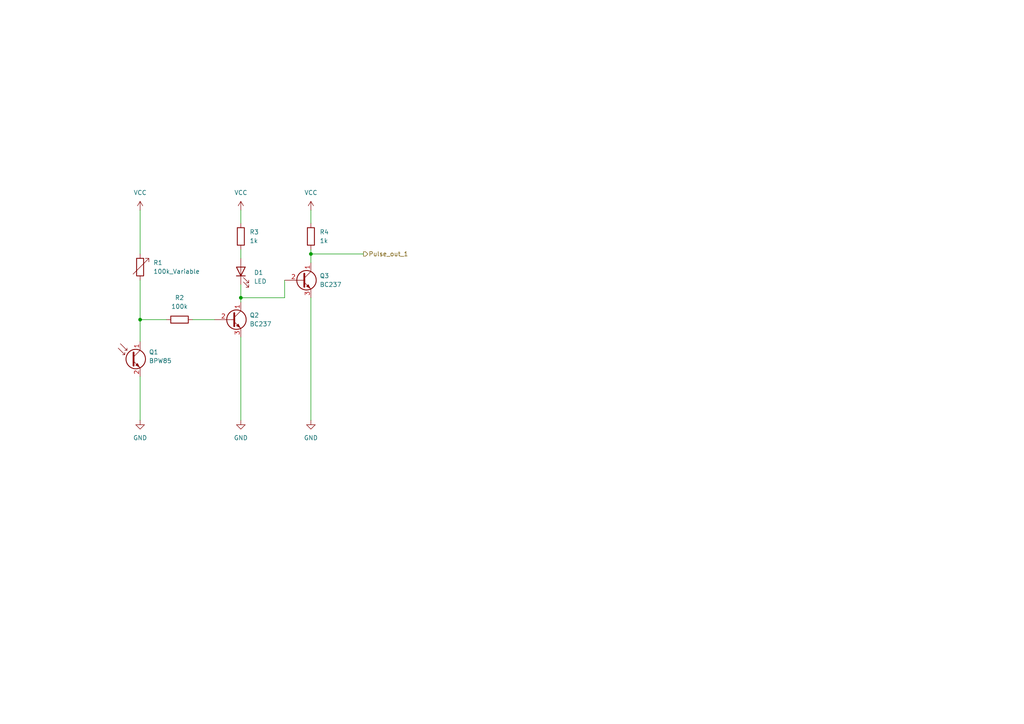
<source format=kicad_sch>
(kicad_sch (version 20231120) (generator "eeschema") (generator_version "8.0")
  (paper "A4")
  (lib_symbols
    (symbol "Device:LED" (pin_numbers hide) (pin_names (offset 1.016) hide)
      (property "Reference" "D" (at 0 2.54 0))
      (property "Value" "LED" (at 0 -2.54 0))
      (symbol "LED_0_1"
        (polyline (pts (xy -1.27 -1.27) (xy -1.27 1.27)) (stroke (width 0.254)))
        (polyline (pts (xy -1.27 0) (xy 1.27 0)))
        (polyline (pts (xy 1.27 -1.27) (xy 1.27 1.27) (xy -1.27 0) (xy 1.27 -1.27)) (stroke (width 0.254)))
        (polyline (pts (xy -3.048 -0.762) (xy -4.572 -2.286) (xy -3.81 -2.286) (xy -4.572 -2.286) (xy -4.572 -1.524)))
        (polyline (pts (xy -1.778 -0.762) (xy -3.302 -2.286) (xy -2.54 -2.286) (xy -3.302 -2.286) (xy -3.302 -1.524)))
      )
      (symbol "LED_1_1"
        (pin passive line (at -3.81 0 0) (length 2.54) (name "K") (number "1"))
        (pin passive line (at 3.81 0 180) (length 2.54) (name "A") (number "2"))
      )
    )
    (symbol "Device:R" (pin_numbers hide) (pin_names (offset 0))
      (property "Reference" "R" (at 2.032 0 90))
      (property "Value" "R" (at 0 0 90))
      (symbol "R_0_1"
        (rectangle (start -1.016 -2.54) (end 1.016 2.54) (stroke (width 0.254)))
      )
      (symbol "R_1_1"
        (pin passive line (at 0 3.81 270) (length 1.27) (name "~") (number "1"))
        (pin passive line (at 0 -3.81 90) (length 1.27) (name "~") (number "2"))
      )
    )
    (symbol "Device:R_Variable" (pin_numbers hide) (pin_names (offset 0))
      (property "Reference" "R" (at 2.54 -2.54 90))
      (property "Value" "R_Variable" (at -2.54 -1.27 90))
      (symbol "R_Variable_0_1"
        (rectangle (start -1.016 -2.54) (end 1.016 2.54) (stroke (width 0.254)))
        (polyline (pts (xy 2.54 1.524) (xy 2.54 2.54) (xy 1.524 2.54) (xy 2.54 2.54) (xy -2.032 -2.032)))
      )
      (symbol "R_Variable_1_1"
        (pin passive line (at 0 3.81 270) (length 1.27) (name "~") (number "1"))
        (pin passive line (at 0 -3.81 90) (length 1.27) (name "~") (number "2"))
      )
    )
    (symbol "Sensor_Optical:BPW85" (pin_names (offset 0) hide)
      (property "Reference" "Q" (at 5.08 1.27 0))
      (property "Value" "BPW85" (at 5.08 -1.27 0))
      (symbol "BPW85_0_1"
        (polyline (pts (xy -1.905 1.27) (xy -2.54 1.27)))
        (polyline (pts (xy -1.27 2.54) (xy -1.905 2.54)))
        (polyline (pts (xy 0.635 0.635) (xy 2.54 2.54)))
        (polyline (pts (xy -3.81 3.175) (xy -1.905 1.27) (xy -1.905 1.905)))
        (polyline (pts (xy -3.175 4.445) (xy -1.27 2.54) (xy -1.27 3.175)))
        (polyline (pts (xy 0.635 -0.635) (xy 2.54 -2.54) (xy 2.54 -2.54)))
        (polyline (pts (xy 0.635 1.905) (xy 0.635 -1.905) (xy 0.635 -1.905)) (stroke (width 0.508)))
        (polyline (pts (xy 1.27 -1.778) (xy 1.778 -1.27) (xy 2.286 -2.286) (xy 1.27 -1.778) (xy 1.27 -1.778)) (fill (type outline)))
        (circle (center 1.27 0) (radius 2.8194) (stroke (width 0.254)))
      )
      (symbol "BPW85_1_1"
        (pin passive line (at 2.54 5.08 270) (length 2.54) (name "C") (number "1"))
        (pin passive line (at 2.54 -5.08 90) (length 2.54) (name "E") (number "2"))
      )
    )
    (symbol "Transistor_BJT:BC237" (pin_names (offset 0) hide)
      (property "Reference" "Q" (at 5.08 1.905 0))
      (property "Value" "BC237" (at 5.08 0 0))
      (symbol "BC237_0_1"
        (polyline (pts (xy 0 0) (xy 0.635 0)))
        (polyline (pts (xy 0.635 0.635) (xy 2.54 2.54)))
        (polyline (pts (xy 0.635 -0.635) (xy 2.54 -2.54) (xy 2.54 -2.54)))
        (polyline (pts (xy 0.635 1.905) (xy 0.635 -1.905) (xy 0.635 -1.905)) (stroke (width 0.508)))
        (polyline (pts (xy 1.27 -1.778) (xy 1.778 -1.27) (xy 2.286 -2.286) (xy 1.27 -1.778) (xy 1.27 -1.778)) (fill (type outline)))
        (circle (center 1.27 0) (radius 2.8194) (stroke (width 0.254)))
      )
      (symbol "BC237_1_1"
        (pin passive line (at 2.54 5.08 270) (length 2.54) (name "C") (number "1"))
        (pin input line (at -5.08 0 0) (length 5.08) (name "B") (number "2"))
        (pin passive line (at 2.54 -5.08 90) (length 2.54) (name "E") (number "3"))
      )
    )
    (symbol "power:GND" (power) (pin_numbers hide) (pin_names (offset 0) hide)
      (property "Value" "GND" (at 0 -3.81 0))
      (symbol "GND_0_1"
        (polyline (pts (xy 0 0) (xy 0 -1.27) (xy 1.27 -1.27) (xy 0 -2.54) (xy -1.27 -1.27) (xy 0 -1.27)))
      )
      (symbol "GND_1_1"
        (pin power_in line (at 0 0 270) (length 0) (name "~") (number "1"))
      )
    )
    (symbol "power:VCC" (power) (pin_numbers hide) (pin_names (offset 0) hide)
      (property "Value" "VCC" (at 0 3.556 0))
      (symbol "VCC_0_1"
        (polyline (pts (xy -0.762 1.27) (xy 0 2.54)))
        (polyline (pts (xy 0 0) (xy 0 2.54)))
        (polyline (pts (xy 0 2.54) (xy 0.762 1.27)))
      )
      (symbol "VCC_1_1"
        (pin power_in line (at 0 0 90) (length 0) (name "~") (number "1"))
      )
    )
  )
  (junction (at 40.64 92.71))
  (junction (at 90.17 73.66))
  (junction (at 69.85 86.36))
  (wire (pts (xy 40.64 109.22) (xy 40.64 121.92)))
  (wire (pts (xy 82.55 86.36) (xy 82.55 81.28)))
  (wire (pts (xy 69.85 97.79) (xy 69.85 121.92)))
  (wire (pts (xy 40.64 60.96) (xy 40.64 73.66)))
  (wire (pts (xy 69.85 86.36) (xy 82.55 86.36)))
  (wire (pts (xy 69.85 86.36) (xy 69.85 87.63)))
  (wire (pts (xy 90.17 73.66) (xy 90.17 76.2)))
  (wire (pts (xy 40.64 92.71) (xy 40.64 99.06)))
  (wire (pts (xy 69.85 60.96) (xy 69.85 64.77)))
  (wire (pts (xy 90.17 86.36) (xy 90.17 121.92)))
  (wire (pts (xy 90.17 73.66) (xy 105.41 73.66)))
  (wire (pts (xy 90.17 72.39) (xy 90.17 73.66)))
  (wire (pts (xy 90.17 60.96) (xy 90.17 64.77)))
  (wire (pts (xy 55.88 92.71) (xy 62.23 92.71)))
  (wire (pts (xy 40.64 81.28) (xy 40.64 92.71)))
  (wire (pts (xy 69.85 82.55) (xy 69.85 86.36)))
  (wire (pts (xy 40.64 92.71) (xy 48.26 92.71)))
  (wire (pts (xy 69.85 72.39) (xy 69.85 74.93)))
  (hierarchical_label "Pulse_out_1" (shape output) (at 105.41 73.66 0))
  (symbol (lib_id "power:VCC") (at 69.85 60.96 0) (unit 1)
    (property "Reference" "#PWR03" (effects (hide yes)))
    (property "Value" "VCC" (at 69.85 55.88 0))
    (property "Description" "Power symbol creates a global label with name \"VCC\"" (effects (hide yes)))
  )
  (symbol (lib_id "Sensor_Optical:BPW85") (at 38.1 104.14 0) (unit 1)
    (property "Reference" "Q1" (at 43.18 102.1206 0) (effects (justify left)))
    (property "Value" "BPW85" (at 43.18 104.6606 0) (effects (justify left)))
    (property "Footprint" "LED_THT:LED_D3.0mm_Clear" (effects (hide yes)))
    (property "Datasheet" "https://www.vishay.com/docs/81531/bpw85a.pdf" (effects (hide yes)))
    (property "Description" "Silicon NPN Phototransistor, Ica = 0.8-8mA, T-1" (effects (hide yes)))
  )
  (symbol (lib_id "Device:R_Variable") (at 40.64 77.47 0) (unit 1)
    (property "Reference" "R1" (at 44.45 76.1999 0) (effects (justify left)))
    (property "Value" "100k_Variable" (at 44.45 78.7399 0) (effects (justify left)))
    (property "Footprint" "Potentiometer_THT:Potentiometer_Bourns_3386P_Vertical" (effects (hide yes)))
    (property "Description" "Variable resistor" (effects (hide yes)))
  )
  (symbol (lib_id "power:VCC") (at 40.64 60.96 0) (unit 1)
    (property "Reference" "#PWR01" (effects (hide yes)))
    (property "Value" "VCC" (at 40.64 55.88 0))
    (property "Description" "Power symbol creates a global label with name \"VCC\"" (effects (hide yes)))
  )
  (symbol (lib_id "Transistor_BJT:BC237") (at 67.31 92.71 0) (unit 1)
    (property "Reference" "Q2" (at 72.39 91.4399 0) (effects (justify left)))
    (property "Value" "BC237" (at 72.39 93.9799 0) (effects (justify left)))
    (property "Footprint" "Package_TO_SOT_THT:TO-92_Inline" (effects (hide yes)))
    (property "Datasheet" "http://www.onsemi.com/pub_link/Collateral/BC237-D.PDF" (effects (hide yes)))
    (property "Description" "100mA Ic, 50V Vce, Epitaxial Silicon NPN Transistor, TO-92" (effects (hide yes)))
  )
  (symbol (lib_id "Device:R") (at 69.85 68.58 180) (unit 1)
    (property "Reference" "R3" (at 72.39 67.3099 0) (effects (justify right)))
    (property "Value" "1k" (at 72.39 69.8499 0) (effects (justify right)))
    (property "Footprint" "Resistor_THT:R_Axial_DIN0207_L6.3mm_D2.5mm_P7.62mm_Horizontal" (effects (hide yes)))
    (property "Description" "Resistor" (effects (hide yes)))
  )
  (symbol (lib_id "Transistor_BJT:BC237") (at 87.63 81.28 0) (unit 1)
    (property "Reference" "Q3" (at 92.71 80.0099 0) (effects (justify left)))
    (property "Value" "BC237" (at 92.71 82.5499 0) (effects (justify left)))
    (property "Footprint" "Package_TO_SOT_THT:TO-92_Inline" (effects (hide yes)))
    (property "Datasheet" "http://www.onsemi.com/pub_link/Collateral/BC237-D.PDF" (effects (hide yes)))
    (property "Description" "100mA Ic, 50V Vce, Epitaxial Silicon NPN Transistor, TO-92" (effects (hide yes)))
  )
  (symbol (lib_id "power:VCC") (at 90.17 60.96 0) (unit 1)
    (property "Reference" "#PWR05" (effects (hide yes)))
    (property "Value" "VCC" (at 90.17 55.88 0))
    (property "Description" "Power symbol creates a global label with name \"VCC\"" (effects (hide yes)))
  )
  (symbol (lib_id "power:GND") (at 40.64 121.92 0) (unit 1)
    (property "Reference" "#PWR02" (effects (hide yes)))
    (property "Value" "GND" (at 40.64 127 0))
    (property "Description" "Power symbol creates a global label with name \"GND\" , ground" (effects (hide yes)))
  )
  (symbol (lib_id "power:GND") (at 90.17 121.92 0) (unit 1)
    (property "Reference" "#PWR015" (effects (hide yes)))
    (property "Value" "GND" (at 90.17 127 0))
    (property "Description" "Power symbol creates a global label with name \"GND\" , ground" (effects (hide yes)))
  )
  (symbol (lib_id "Device:LED") (at 69.85 78.74 90) (unit 1)
    (property "Reference" "D1" (at 73.66 79.0574 90) (effects (justify right)))
    (property "Value" "LED" (at 73.66 81.5974 90) (effects (justify right)))
    (property "Footprint" "LED_THT:LED_D5.0mm" (effects (hide yes)))
    (property "Description" "Light emitting diode" (effects (hide yes)))
  )
  (symbol (lib_id "Device:R") (at 52.07 92.71 90) (unit 1)
    (property "Reference" "R2" (at 52.07 86.36 90))
    (property "Value" "100k" (at 52.07 88.9 90))
    (property "Footprint" "Resistor_THT:R_Axial_DIN0207_L6.3mm_D2.5mm_P7.62mm_Horizontal" (effects (hide yes)))
    (property "Description" "Resistor" (effects (hide yes)))
  )
  (symbol (lib_id "Device:R") (at 90.17 68.58 180) (unit 1)
    (property "Reference" "R4" (at 92.71 67.3099 0) (effects (justify right)))
    (property "Value" "1k" (at 92.71 69.8499 0) (effects (justify right)))
    (property "Footprint" "Resistor_THT:R_Axial_DIN0207_L6.3mm_D2.5mm_P7.62mm_Horizontal" (effects (hide yes)))
    (property "Description" "Resistor" (effects (hide yes)))
  )
  (symbol (lib_id "power:GND") (at 69.85 121.92 0) (unit 1)
    (property "Reference" "#PWR04" (effects (hide yes)))
    (property "Value" "GND" (at 69.85 127 0))
    (property "Description" "Power symbol creates a global label with name \"GND\" , ground" (effects (hide yes)))
  )
)
</source>
